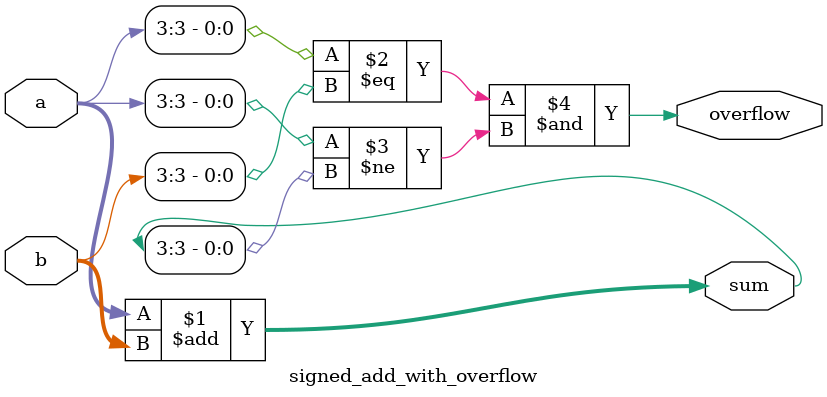
<source format=sv>

module add
(
  input  [3:0] a, b,
  output [3:0] sum
);

  assign sum = a + b;

endmodule

//----------------------------------------------------------------------------
// Task
//----------------------------------------------------------------------------

module signed_add_with_overflow
(
  input  [3:0] a, b,
  output [3:0] sum,
  output       overflow
);

  // Task:
  //
  // Implement a module that adds two signed numbers
  // and detects an overflow.
  //
  // By "signed" we mean "two's complement numbers".
  // See https://en.wikipedia.org/wiki/Two%27s_complement for details.
  //
  // The 'overflow' output bit should be set to 1
  // when the sum (either positive or negative)
  // of two input arguments does not fit into 4 bits.
  // Otherwise the 'overflow' should be set to 0.


  assign sum = a + b;
  assign overflow = (a[3] == b[3]) & (a[3] != sum[3]);


endmodule

</source>
